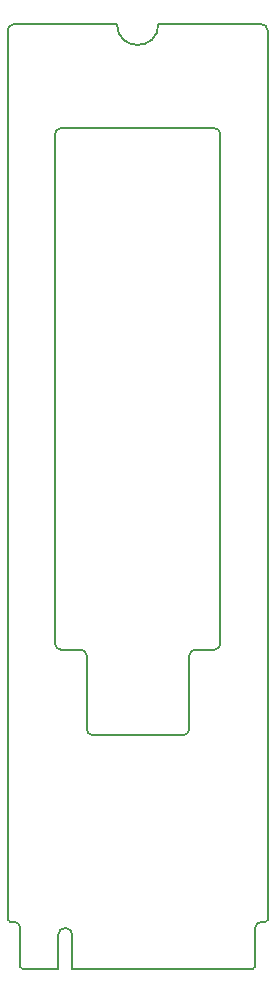
<source format=gm1>
G04*
G04 #@! TF.GenerationSoftware,Altium Limited,Altium Designer,24.5.2 (23)*
G04*
G04 Layer_Color=16711935*
%FSLAX44Y44*%
%MOMM*%
G71*
G04*
G04 #@! TF.SameCoordinates,6FC596C0-74E6-4E27-895D-4E0FE7D6B679*
G04*
G04*
G04 #@! TF.FilePolarity,Positive*
G04*
G01*
G75*
%ADD12C,0.2000*%
D12*
X180000Y707000D02*
G03*
X175001Y711998I-4999J0D01*
G01*
X44999D02*
G03*
X40000Y707000I0J-4999D01*
G01*
Y275500D02*
G03*
X44999Y270501I4999J0D01*
G01*
X175001D02*
G03*
X180000Y275500I0J4999D01*
G01*
X158749Y270499D02*
G03*
X153750Y265500I0J-4999D01*
G01*
X66749Y265501D02*
G03*
X61750Y270500I-4999J0D01*
G01*
X66751Y203252D02*
G03*
X71750Y198254I4999J0D01*
G01*
X148751Y198254D02*
G03*
X153750Y203253I0J4999D01*
G01*
X92500Y800000D02*
G03*
X127500Y800000I17500J0D01*
G01*
X0Y41999D02*
G03*
X1999Y40000I1999J0D01*
G01*
X207500Y0D02*
G03*
X209499Y1999I0J1999D01*
G01*
X214501Y40000D02*
G03*
X209499Y35001I-1J-5000D01*
G01*
X218001Y40000D02*
G03*
X220000Y41999I0J1999D01*
G01*
Y795000D02*
G03*
X215001Y799999I-4999J0D01*
G01*
X4999D02*
G03*
X0Y795000I0J-4999D01*
G01*
X10500Y35001D02*
G03*
X5499Y40000I-5000J-1D01*
G01*
X10500Y1999D02*
G03*
X12499Y0I1999J0D01*
G01*
X48750Y35001D02*
G03*
X42751Y28999I1J-6001D01*
G01*
X54750D02*
G03*
X48750Y35001I-6001J1D01*
G01*
X44999Y270501D02*
X61749D01*
X61750Y270500D01*
X66749Y203254D02*
Y265501D01*
Y203254D02*
X66751Y203252D01*
X71750Y198254D02*
X148750D01*
X148751Y198254D01*
X153750Y203253D02*
Y265500D01*
X153750Y265500D01*
X158749Y270499D02*
X174999D01*
X175001Y270501D01*
X180000Y275500D02*
Y707000D01*
X40000Y275500D02*
Y707000D01*
X45000Y711998D02*
X175000D01*
X127499Y800000D02*
X215000D01*
X-0Y795000D02*
X0Y41999D01*
X42751Y0D02*
Y28999D01*
X12499Y0D02*
X42751D01*
X4999Y799999D02*
X92500D01*
X54750Y0D02*
Y28999D01*
Y-0D02*
X207500Y0D01*
X209499Y1999D02*
Y35001D01*
X214501Y40000D02*
X218001D01*
X220000Y795000D02*
X220000Y41999D01*
X1999Y40000D02*
X5499D01*
X10500Y1999D02*
Y35001D01*
M02*

</source>
